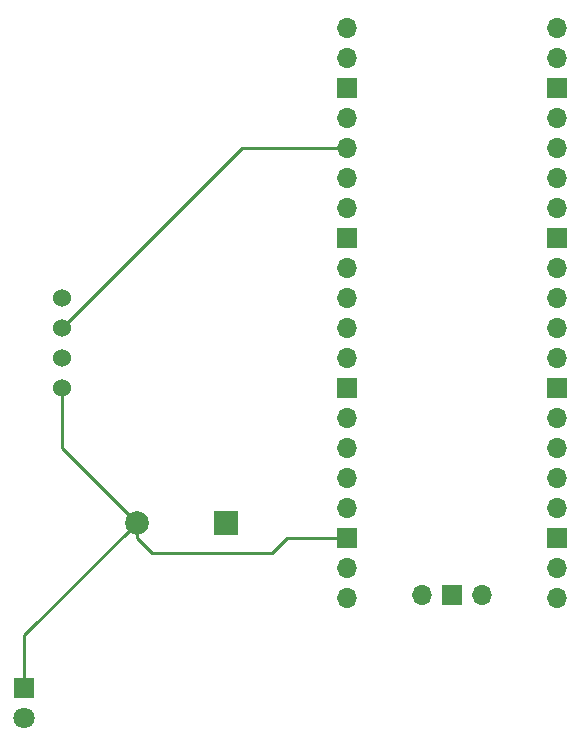
<source format=gbr>
%TF.GenerationSoftware,KiCad,Pcbnew,(7.0.0)*%
%TF.CreationDate,2023-11-05T01:23:08-04:00*%
%TF.ProjectId,Ultrasonic_ruler,556c7472-6173-46f6-9e69-635f72756c65,rev?*%
%TF.SameCoordinates,Original*%
%TF.FileFunction,Copper,L2,Bot*%
%TF.FilePolarity,Positive*%
%FSLAX46Y46*%
G04 Gerber Fmt 4.6, Leading zero omitted, Abs format (unit mm)*
G04 Created by KiCad (PCBNEW (7.0.0)) date 2023-11-05 01:23:08*
%MOMM*%
%LPD*%
G01*
G04 APERTURE LIST*
%TA.AperFunction,ComponentPad*%
%ADD10C,1.530000*%
%TD*%
%TA.AperFunction,ComponentPad*%
%ADD11R,2.000000X2.000000*%
%TD*%
%TA.AperFunction,ComponentPad*%
%ADD12C,2.000000*%
%TD*%
%TA.AperFunction,ComponentPad*%
%ADD13R,1.800000X1.800000*%
%TD*%
%TA.AperFunction,ComponentPad*%
%ADD14C,1.800000*%
%TD*%
%TA.AperFunction,ComponentPad*%
%ADD15O,1.700000X1.700000*%
%TD*%
%TA.AperFunction,ComponentPad*%
%ADD16R,1.700000X1.700000*%
%TD*%
%TA.AperFunction,Conductor*%
%ADD17C,0.250000*%
%TD*%
G04 APERTURE END LIST*
D10*
%TO.P,US SENSOR,1,VCC*%
%TO.N,Net-(U1-3V3)*%
X96520000Y-67310000D03*
%TO.P,US SENSOR,2,TRIG*%
%TO.N,Net-(U1-GPIO3)*%
X96520000Y-69850000D03*
%TO.P,US SENSOR,3,ECHO*%
%TO.N,Net-(U1-GPIO2)*%
X96520000Y-72390000D03*
%TO.P,US SENSOR,4,GND*%
%TO.N,GND*%
X96520000Y-74930000D03*
%TD*%
D11*
%TO.P,BUZZER,1,-*%
%TO.N,Net-(BZ1--)*%
X110479999Y-86359999D03*
D12*
%TO.P,BUZZER,2,+*%
%TO.N,GND*%
X102880000Y-86360000D03*
%TD*%
D13*
%TO.P,LED,1,K*%
%TO.N,GND*%
X93374999Y-100324999D03*
D14*
%TO.P,LED,2,A*%
%TO.N,Net-(D1-A)*%
X93375000Y-102865000D03*
%TD*%
D15*
%TO.P,RP PICO,1*%
%TO.N,N/C*%
X120649999Y-44449999D03*
%TO.P,RP PICO,2*%
X120649999Y-46989999D03*
D16*
%TO.P,RP PICO,3*%
X120649999Y-49529999D03*
D15*
%TO.P,RP PICO,4*%
%TO.N,Net-(U1-GPIO2)*%
X120649999Y-52069999D03*
%TO.P,RP PICO,5*%
%TO.N,Net-(U1-GPIO3)*%
X120649999Y-54609999D03*
%TO.P,RP PICO,6*%
%TO.N,Net-(BZ1--)*%
X120649999Y-57149999D03*
%TO.P,RP PICO,7*%
%TO.N,Net-(D1-A)*%
X120649999Y-59689999D03*
D16*
%TO.P,RP PICO,8*%
%TO.N,N/C*%
X120649999Y-62229999D03*
D15*
%TO.P,RP PICO,9*%
X120649999Y-64769999D03*
%TO.P,RP PICO,10*%
X120649999Y-67309999D03*
%TO.P,RP PICO,11*%
X120649999Y-69849999D03*
%TO.P,RP PICO,12*%
X120649999Y-72389999D03*
D16*
%TO.P,RP PICO,13*%
X120649999Y-74929999D03*
D15*
%TO.P,RP PICO,14*%
X120649999Y-77469999D03*
%TO.P,RP PICO,15*%
X120649999Y-80009999D03*
%TO.P,RP PICO,16*%
X120649999Y-82549999D03*
%TO.P,RP PICO,17*%
X120649999Y-85089999D03*
D16*
%TO.P,RP PICO,18*%
%TO.N,GND*%
X120649999Y-87629999D03*
D15*
%TO.P,RP PICO,19*%
%TO.N,N/C*%
X120649999Y-90169999D03*
%TO.P,RP PICO,20*%
X120649999Y-92709999D03*
%TO.P,RP PICO,21*%
X138429999Y-92709999D03*
%TO.P,RP PICO,22*%
X138429999Y-90169999D03*
D16*
%TO.P,RP PICO,23*%
X138429999Y-87629999D03*
D15*
%TO.P,RP PICO,24*%
X138429999Y-85089999D03*
%TO.P,RP PICO,25*%
X138429999Y-82549999D03*
%TO.P,RP PICO,26*%
X138429999Y-80009999D03*
%TO.P,RP PICO,27*%
X138429999Y-77469999D03*
D16*
%TO.P,RP PICO,28*%
X138429999Y-74929999D03*
D15*
%TO.P,RP PICO,29*%
X138429999Y-72389999D03*
%TO.P,RP PICO,30*%
X138429999Y-69849999D03*
%TO.P,RP PICO,31*%
X138429999Y-67309999D03*
%TO.P,RP PICO,32*%
X138429999Y-64769999D03*
D16*
%TO.P,RP PICO,33*%
X138429999Y-62229999D03*
D15*
%TO.P,RP PICO,34*%
X138429999Y-59689999D03*
%TO.P,RP PICO,35*%
X138429999Y-57149999D03*
%TO.P,RP PICO,36*%
%TO.N,Net-(U1-3V3)*%
X138429999Y-54609999D03*
%TO.P,RP PICO,37*%
%TO.N,N/C*%
X138429999Y-52069999D03*
D16*
%TO.P,RP PICO,38*%
X138429999Y-49529999D03*
D15*
%TO.P,RP PICO,39*%
X138429999Y-46989999D03*
%TO.P,RP PICO,40*%
X138429999Y-44449999D03*
%TO.P,RP PICO,41*%
X126999999Y-92479999D03*
D16*
%TO.P,RP PICO,42*%
X129539999Y-92479999D03*
D15*
%TO.P,RP PICO,43*%
X132079999Y-92479999D03*
%TD*%
D17*
%TO.N,Net-(U1-GPIO3)*%
X96520000Y-69850000D02*
X111760000Y-54610000D01*
X111760000Y-54610000D02*
X120650000Y-54610000D01*
%TO.N,GND*%
X114300000Y-88900000D02*
X115570000Y-87630000D01*
X115570000Y-87630000D02*
X120650000Y-87630000D01*
X104140000Y-88900000D02*
X114300000Y-88900000D01*
X102880000Y-87640000D02*
X104140000Y-88900000D01*
X102880000Y-86360000D02*
X102880000Y-87640000D01*
X93375000Y-95865000D02*
X102880000Y-86360000D01*
X93375000Y-100325000D02*
X93375000Y-95865000D01*
X96520000Y-80000000D02*
X102880000Y-86360000D01*
X96520000Y-74930000D02*
X96520000Y-80000000D01*
%TD*%
M02*

</source>
